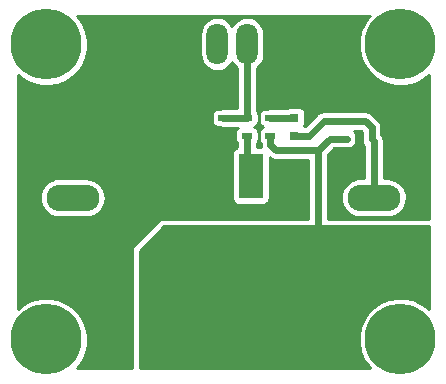
<source format=gtl>
G04 #@! TF.FileFunction,Copper,L1,Top,Signal*
%FSLAX46Y46*%
G04 Gerber Fmt 4.6, Leading zero omitted, Abs format (unit mm)*
G04 Created by KiCad (PCBNEW 4.0.2-stable) date 04/06/2016 20:31:28*
%MOMM*%
G01*
G04 APERTURE LIST*
%ADD10C,0.100000*%
%ADD11C,6.000000*%
%ADD12R,0.590000X0.450000*%
%ADD13O,1.800860X3.500120*%
%ADD14R,0.797560X0.797560*%
%ADD15R,0.900000X0.500000*%
%ADD16C,0.860000*%
%ADD17O,4.500000X2.250000*%
%ADD18R,2.082800X3.810000*%
%ADD19R,11.430000X8.890000*%
%ADD20C,0.600000*%
%ADD21C,3.800000*%
%ADD22C,0.254000*%
G04 APERTURE END LIST*
D10*
D11*
X133500000Y-92500000D03*
X163500000Y-92500000D03*
X133500000Y-117500000D03*
X163500000Y-117500000D03*
D12*
X161055000Y-100500000D03*
X158945000Y-100500000D03*
D13*
X145460000Y-92500000D03*
X148000000Y-92500000D03*
X150540000Y-92500000D03*
D14*
X154500000Y-100249300D03*
X154500000Y-98750700D03*
D15*
X150500000Y-100250000D03*
X150500000Y-98750000D03*
X148500000Y-100250000D03*
X148500000Y-98750000D03*
X152500000Y-98750000D03*
X152500000Y-100250000D03*
D16*
X147000000Y-101000000D03*
X146000000Y-101000000D03*
X145000000Y-101000000D03*
X144000000Y-101000000D03*
X143000000Y-101000000D03*
X142000000Y-101000000D03*
X147000000Y-100000000D03*
X146000000Y-100000000D03*
X145000000Y-100000000D03*
X144000000Y-100000000D03*
X143000000Y-100000000D03*
X142000000Y-100000000D03*
X141000000Y-101000000D03*
X141000000Y-100000000D03*
X141000000Y-99000000D03*
X141000000Y-96000000D03*
X143000000Y-99000000D03*
X142000000Y-99000000D03*
X141000000Y-97000000D03*
X144000000Y-99000000D03*
X142000000Y-98000000D03*
X141000000Y-98000000D03*
X145000000Y-99000000D03*
X142000000Y-96000000D03*
X142000000Y-97000000D03*
X146000000Y-99000000D03*
X143000000Y-98000000D03*
D17*
X161250000Y-110500000D03*
X161250000Y-105500000D03*
X135750000Y-105500000D03*
X135750000Y-110500000D03*
D18*
X150840000Y-103660000D03*
X145760000Y-103660000D03*
D19*
X148300000Y-115090000D03*
D20*
X147000000Y-100000000D02*
X146000000Y-99000000D01*
X145460000Y-92500000D02*
X145460000Y-98460000D01*
X145460000Y-98460000D02*
X146000000Y-99000000D01*
X148500000Y-100250000D02*
X147250000Y-100250000D01*
X147250000Y-100250000D02*
X147000000Y-100000000D01*
D21*
X135750000Y-110500000D02*
X137500000Y-110500000D01*
X137500000Y-110500000D02*
X144340000Y-103660000D01*
X144340000Y-103660000D02*
X145760000Y-103660000D01*
D20*
X145760000Y-103660000D02*
X145840000Y-103660000D01*
X145840000Y-103660000D02*
X148500000Y-101000000D01*
X148500000Y-101000000D02*
X148500000Y-100250000D01*
X150540000Y-92500000D02*
X150540000Y-98710000D01*
X150540000Y-98710000D02*
X150500000Y-98750000D01*
X150500000Y-98750000D02*
X148500000Y-98750000D01*
X161055000Y-100500000D02*
X161055000Y-99555000D01*
X155750700Y-100249300D02*
X154500000Y-100249300D01*
X157000000Y-99000000D02*
X155750700Y-100249300D01*
X160500000Y-99000000D02*
X157000000Y-99000000D01*
X161055000Y-99555000D02*
X160500000Y-99000000D01*
X161250000Y-105500000D02*
X161250000Y-100695000D01*
X161250000Y-100695000D02*
X161055000Y-100500000D01*
X156500000Y-101500000D02*
X153000000Y-101500000D01*
X152500000Y-101000000D02*
X152500000Y-100250000D01*
X153000000Y-101500000D02*
X152500000Y-101000000D01*
X156500000Y-110500000D02*
X156500000Y-101500000D01*
X157500000Y-100500000D02*
X158945000Y-100500000D01*
X156500000Y-101500000D02*
X157500000Y-100500000D01*
D21*
X161250000Y-110500000D02*
X156500000Y-110500000D01*
X156500000Y-110500000D02*
X152890000Y-110500000D01*
X152890000Y-110500000D02*
X148300000Y-115090000D01*
D20*
X150500000Y-100250000D02*
X150500000Y-103320000D01*
X150500000Y-103320000D02*
X150840000Y-103660000D01*
X152500000Y-98750000D02*
X154499300Y-98750000D01*
X154499300Y-98750000D02*
X154500000Y-98750700D01*
D22*
G36*
X160780162Y-90217785D02*
X160388676Y-90789535D01*
X160115699Y-91426437D01*
X159971630Y-92104230D01*
X159961955Y-92797098D01*
X160087043Y-93478650D01*
X160342130Y-94122925D01*
X160717499Y-94705383D01*
X161198852Y-95203839D01*
X161767856Y-95599307D01*
X162402836Y-95876723D01*
X163079607Y-96025521D01*
X163772391Y-96040033D01*
X164454799Y-95919706D01*
X165100839Y-95669123D01*
X165685904Y-95297830D01*
X165892700Y-95100901D01*
X165892700Y-107270200D01*
X157333400Y-107270200D01*
X157333400Y-101845206D01*
X157845205Y-101333400D01*
X158945000Y-101333400D01*
X159106875Y-101317528D01*
X159262584Y-101270517D01*
X159287670Y-101257178D01*
X159324942Y-101254206D01*
X159469012Y-101209590D01*
X159594949Y-101126604D01*
X159692781Y-101011817D01*
X159754760Y-100874320D01*
X159775980Y-100725000D01*
X159775980Y-100528652D01*
X159778380Y-100505818D01*
X159775980Y-100479447D01*
X159775980Y-100275000D01*
X159769206Y-100190058D01*
X159724590Y-100045988D01*
X159641604Y-99920051D01*
X159539936Y-99833400D01*
X160154794Y-99833400D01*
X160221600Y-99900205D01*
X160221600Y-100500000D01*
X160224020Y-100524681D01*
X160224020Y-100725000D01*
X160230794Y-100809942D01*
X160275410Y-100954012D01*
X160358396Y-101079949D01*
X160416600Y-101129556D01*
X160416600Y-103841600D01*
X160111532Y-103841600D01*
X159789414Y-103873184D01*
X159479565Y-103966733D01*
X159193787Y-104118683D01*
X158942967Y-104323248D01*
X158736656Y-104572634D01*
X158582714Y-104857344D01*
X158487004Y-105166532D01*
X158453172Y-105488422D01*
X158482507Y-105810753D01*
X158573890Y-106121248D01*
X158723842Y-106408079D01*
X158926651Y-106660322D01*
X159174591Y-106868368D01*
X159458219Y-107024294D01*
X159766731Y-107122160D01*
X160088377Y-107158238D01*
X160111532Y-107158400D01*
X162388468Y-107158400D01*
X162710586Y-107126816D01*
X163020435Y-107033267D01*
X163306213Y-106881317D01*
X163557033Y-106676752D01*
X163763344Y-106427366D01*
X163917286Y-106142656D01*
X164012996Y-105833468D01*
X164046828Y-105511578D01*
X164017493Y-105189247D01*
X163926110Y-104878752D01*
X163776158Y-104591921D01*
X163573349Y-104339678D01*
X163325409Y-104131632D01*
X163041781Y-103975706D01*
X162733269Y-103877840D01*
X162411623Y-103841762D01*
X162388468Y-103841600D01*
X162083400Y-103841600D01*
X162083400Y-100695000D01*
X162075894Y-100618447D01*
X162069179Y-100541695D01*
X162067955Y-100537483D01*
X162067528Y-100533125D01*
X162045281Y-100459439D01*
X162023800Y-100385502D01*
X162021784Y-100381613D01*
X162020517Y-100377416D01*
X161984341Y-100309379D01*
X161948948Y-100241099D01*
X161946218Y-100237679D01*
X161944157Y-100233803D01*
X161895477Y-100174116D01*
X161888400Y-100165251D01*
X161888400Y-99555000D01*
X161880894Y-99478447D01*
X161874179Y-99401695D01*
X161872955Y-99397483D01*
X161872528Y-99393125D01*
X161850277Y-99319425D01*
X161828800Y-99245503D01*
X161826785Y-99241615D01*
X161825517Y-99237416D01*
X161789353Y-99169400D01*
X161753949Y-99101099D01*
X161751216Y-99097675D01*
X161749157Y-99093803D01*
X161700499Y-99034143D01*
X161652474Y-98973983D01*
X161646458Y-98967883D01*
X161646356Y-98967758D01*
X161646240Y-98967662D01*
X161644303Y-98965698D01*
X161089303Y-98410697D01*
X161029808Y-98361827D01*
X160970844Y-98312350D01*
X160967003Y-98310239D01*
X160963617Y-98307457D01*
X160895724Y-98271053D01*
X160828311Y-98233993D01*
X160824139Y-98232670D01*
X160820272Y-98230596D01*
X160746553Y-98208058D01*
X160673274Y-98184812D01*
X160668925Y-98184324D01*
X160664728Y-98183041D01*
X160588088Y-98175257D01*
X160511636Y-98166681D01*
X160503070Y-98166621D01*
X160502909Y-98166605D01*
X160502759Y-98166619D01*
X160500000Y-98166600D01*
X157000000Y-98166600D01*
X156923402Y-98174110D01*
X156846695Y-98180821D01*
X156842483Y-98182045D01*
X156838125Y-98182472D01*
X156764439Y-98204719D01*
X156690502Y-98226200D01*
X156686613Y-98228216D01*
X156682416Y-98229483D01*
X156614400Y-98265648D01*
X156546098Y-98301052D01*
X156542676Y-98303784D01*
X156538803Y-98305843D01*
X156479131Y-98354511D01*
X156418982Y-98402527D01*
X156412879Y-98408545D01*
X156412758Y-98408644D01*
X156412665Y-98408756D01*
X156410697Y-98410697D01*
X155405494Y-99415900D01*
X155360755Y-99415900D01*
X155413540Y-99298800D01*
X155434760Y-99149480D01*
X155434760Y-98351920D01*
X155427986Y-98266978D01*
X155383370Y-98122908D01*
X155300384Y-97996971D01*
X155185597Y-97899139D01*
X155048100Y-97837160D01*
X154898780Y-97815940D01*
X154101220Y-97815940D01*
X154016278Y-97822714D01*
X153872208Y-97867330D01*
X153797437Y-97916600D01*
X152500000Y-97916600D01*
X152338125Y-97932472D01*
X152233632Y-97964020D01*
X152050000Y-97964020D01*
X151965058Y-97970794D01*
X151820988Y-98015410D01*
X151695051Y-98098396D01*
X151597219Y-98213183D01*
X151535240Y-98350680D01*
X151514020Y-98500000D01*
X151514020Y-99000000D01*
X151520794Y-99084942D01*
X151565410Y-99229012D01*
X151648396Y-99354949D01*
X151763183Y-99452781D01*
X151869081Y-99500516D01*
X151820988Y-99515410D01*
X151695051Y-99598396D01*
X151597219Y-99713183D01*
X151535240Y-99850680D01*
X151514020Y-100000000D01*
X151514020Y-100500000D01*
X151520794Y-100584942D01*
X151565410Y-100729012D01*
X151648396Y-100854949D01*
X151666600Y-100870464D01*
X151666600Y-101000000D01*
X151674110Y-101076598D01*
X151680821Y-101153305D01*
X151682045Y-101157517D01*
X151682472Y-101161875D01*
X151699725Y-101219020D01*
X151333400Y-101219020D01*
X151333400Y-100868222D01*
X151402781Y-100786817D01*
X151464760Y-100649320D01*
X151485980Y-100500000D01*
X151485980Y-100000000D01*
X151479206Y-99915058D01*
X151434590Y-99770988D01*
X151351604Y-99645051D01*
X151236817Y-99547219D01*
X151130919Y-99499484D01*
X151179012Y-99484590D01*
X151304949Y-99401604D01*
X151402781Y-99286817D01*
X151464760Y-99149320D01*
X151485980Y-99000000D01*
X151485980Y-98500000D01*
X151479206Y-98415058D01*
X151434590Y-98270988D01*
X151373400Y-98178128D01*
X151373400Y-94521633D01*
X151543198Y-94385111D01*
X151723072Y-94170746D01*
X151857884Y-93925525D01*
X151942497Y-93658789D01*
X151973690Y-93380698D01*
X151973830Y-93360679D01*
X151973830Y-91639321D01*
X151946523Y-91360822D01*
X151865642Y-91092931D01*
X151734267Y-90845852D01*
X151557404Y-90628995D01*
X151341788Y-90450622D01*
X151095631Y-90317526D01*
X150828312Y-90234777D01*
X150550010Y-90205526D01*
X150271327Y-90230888D01*
X150002878Y-90309897D01*
X149754887Y-90439543D01*
X149536802Y-90614889D01*
X149356928Y-90829254D01*
X149269754Y-90987822D01*
X149194267Y-90845852D01*
X149017404Y-90628995D01*
X148801788Y-90450622D01*
X148555631Y-90317526D01*
X148288312Y-90234777D01*
X148010010Y-90205526D01*
X147731327Y-90230888D01*
X147462878Y-90309897D01*
X147214887Y-90439543D01*
X146996802Y-90614889D01*
X146816928Y-90829254D01*
X146682116Y-91074475D01*
X146597503Y-91341211D01*
X146566310Y-91619302D01*
X146566170Y-91639321D01*
X146566170Y-93360679D01*
X146593477Y-93639178D01*
X146674358Y-93907069D01*
X146805733Y-94154148D01*
X146982596Y-94371005D01*
X147198212Y-94549378D01*
X147444369Y-94682474D01*
X147711688Y-94765223D01*
X147989990Y-94794474D01*
X148268673Y-94769112D01*
X148537122Y-94690103D01*
X148785113Y-94560457D01*
X149003198Y-94385111D01*
X149183072Y-94170746D01*
X149270246Y-94012178D01*
X149345733Y-94154148D01*
X149522596Y-94371005D01*
X149706600Y-94523226D01*
X149706600Y-97916600D01*
X148500000Y-97916600D01*
X148338125Y-97932472D01*
X148233632Y-97964020D01*
X148050000Y-97964020D01*
X147965058Y-97970794D01*
X147820988Y-98015410D01*
X147695051Y-98098396D01*
X147597219Y-98213183D01*
X147535240Y-98350680D01*
X147514020Y-98500000D01*
X147514020Y-99000000D01*
X147520794Y-99084942D01*
X147565410Y-99229012D01*
X147648396Y-99354949D01*
X147763183Y-99452781D01*
X147900680Y-99514760D01*
X148050000Y-99535980D01*
X148234651Y-99535980D01*
X148326726Y-99565188D01*
X148488364Y-99583319D01*
X148500000Y-99583400D01*
X149717808Y-99583400D01*
X149695051Y-99598396D01*
X149597219Y-99713183D01*
X149535240Y-99850680D01*
X149514020Y-100000000D01*
X149514020Y-100500000D01*
X149520794Y-100584942D01*
X149565410Y-100729012D01*
X149648396Y-100854949D01*
X149666600Y-100870464D01*
X149666600Y-101240367D01*
X149569588Y-101270410D01*
X149443651Y-101353396D01*
X149345819Y-101468183D01*
X149283840Y-101605680D01*
X149262620Y-101755000D01*
X149262620Y-105565000D01*
X149269394Y-105649942D01*
X149314010Y-105794012D01*
X149396996Y-105919949D01*
X149511783Y-106017781D01*
X149649280Y-106079760D01*
X149798600Y-106100980D01*
X151881400Y-106100980D01*
X151966342Y-106094206D01*
X152110412Y-106049590D01*
X152236349Y-105966604D01*
X152334181Y-105851817D01*
X152396160Y-105714320D01*
X152417380Y-105565000D01*
X152417380Y-102094792D01*
X152470192Y-102138173D01*
X152529156Y-102187650D01*
X152532997Y-102189761D01*
X152536383Y-102192543D01*
X152604276Y-102228947D01*
X152671689Y-102266007D01*
X152675861Y-102267330D01*
X152679728Y-102269404D01*
X152753435Y-102291938D01*
X152826726Y-102315188D01*
X152831076Y-102315676D01*
X152835273Y-102316959D01*
X152911907Y-102324743D01*
X152988364Y-102333319D01*
X152996930Y-102333379D01*
X152997091Y-102333395D01*
X152997241Y-102333381D01*
X153000000Y-102333400D01*
X155666600Y-102333400D01*
X155666600Y-107270200D01*
X141296100Y-107270200D01*
X141102232Y-107306679D01*
X140924176Y-107421255D01*
X140804724Y-107596078D01*
X140762700Y-107803600D01*
X140762700Y-119895200D01*
X136108708Y-119895200D01*
X136187709Y-119819968D01*
X136587139Y-119253739D01*
X136868981Y-118620711D01*
X137022500Y-117944995D01*
X137033552Y-117153532D01*
X136898960Y-116473793D01*
X136634903Y-115833143D01*
X136251438Y-115255982D01*
X135763172Y-114764295D01*
X135188702Y-114376810D01*
X134549911Y-114108287D01*
X133871128Y-113968953D01*
X133178209Y-113964115D01*
X132497548Y-114093959D01*
X131855069Y-114353537D01*
X131275245Y-114732963D01*
X131109500Y-114895273D01*
X131109500Y-105488422D01*
X132953172Y-105488422D01*
X132982507Y-105810753D01*
X133073890Y-106121248D01*
X133223842Y-106408079D01*
X133426651Y-106660322D01*
X133674591Y-106868368D01*
X133958219Y-107024294D01*
X134266731Y-107122160D01*
X134588377Y-107158238D01*
X134611532Y-107158400D01*
X136888468Y-107158400D01*
X137210586Y-107126816D01*
X137520435Y-107033267D01*
X137806213Y-106881317D01*
X138057033Y-106676752D01*
X138263344Y-106427366D01*
X138417286Y-106142656D01*
X138512996Y-105833468D01*
X138546828Y-105511578D01*
X138517493Y-105189247D01*
X138426110Y-104878752D01*
X138276158Y-104591921D01*
X138073349Y-104339678D01*
X137825409Y-104131632D01*
X137541781Y-103975706D01*
X137233269Y-103877840D01*
X136911623Y-103841762D01*
X136888468Y-103841600D01*
X134611532Y-103841600D01*
X134289414Y-103873184D01*
X133979565Y-103966733D01*
X133693787Y-104118683D01*
X133442967Y-104323248D01*
X133236656Y-104572634D01*
X133082714Y-104857344D01*
X132987004Y-105166532D01*
X132953172Y-105488422D01*
X131109500Y-105488422D01*
X131109500Y-95111312D01*
X131198852Y-95203839D01*
X131767856Y-95599307D01*
X132402836Y-95876723D01*
X133079607Y-96025521D01*
X133772391Y-96040033D01*
X134454799Y-95919706D01*
X135100839Y-95669123D01*
X135685904Y-95297830D01*
X136187709Y-94819968D01*
X136587139Y-94253739D01*
X136868981Y-93620711D01*
X137022500Y-92944995D01*
X137033552Y-92153532D01*
X136898960Y-91473793D01*
X136634903Y-90833143D01*
X136251438Y-90255982D01*
X136108458Y-90112000D01*
X160888186Y-90112000D01*
X160780162Y-90217785D01*
X160780162Y-90217785D01*
G37*
X160780162Y-90217785D02*
X160388676Y-90789535D01*
X160115699Y-91426437D01*
X159971630Y-92104230D01*
X159961955Y-92797098D01*
X160087043Y-93478650D01*
X160342130Y-94122925D01*
X160717499Y-94705383D01*
X161198852Y-95203839D01*
X161767856Y-95599307D01*
X162402836Y-95876723D01*
X163079607Y-96025521D01*
X163772391Y-96040033D01*
X164454799Y-95919706D01*
X165100839Y-95669123D01*
X165685904Y-95297830D01*
X165892700Y-95100901D01*
X165892700Y-107270200D01*
X157333400Y-107270200D01*
X157333400Y-101845206D01*
X157845205Y-101333400D01*
X158945000Y-101333400D01*
X159106875Y-101317528D01*
X159262584Y-101270517D01*
X159287670Y-101257178D01*
X159324942Y-101254206D01*
X159469012Y-101209590D01*
X159594949Y-101126604D01*
X159692781Y-101011817D01*
X159754760Y-100874320D01*
X159775980Y-100725000D01*
X159775980Y-100528652D01*
X159778380Y-100505818D01*
X159775980Y-100479447D01*
X159775980Y-100275000D01*
X159769206Y-100190058D01*
X159724590Y-100045988D01*
X159641604Y-99920051D01*
X159539936Y-99833400D01*
X160154794Y-99833400D01*
X160221600Y-99900205D01*
X160221600Y-100500000D01*
X160224020Y-100524681D01*
X160224020Y-100725000D01*
X160230794Y-100809942D01*
X160275410Y-100954012D01*
X160358396Y-101079949D01*
X160416600Y-101129556D01*
X160416600Y-103841600D01*
X160111532Y-103841600D01*
X159789414Y-103873184D01*
X159479565Y-103966733D01*
X159193787Y-104118683D01*
X158942967Y-104323248D01*
X158736656Y-104572634D01*
X158582714Y-104857344D01*
X158487004Y-105166532D01*
X158453172Y-105488422D01*
X158482507Y-105810753D01*
X158573890Y-106121248D01*
X158723842Y-106408079D01*
X158926651Y-106660322D01*
X159174591Y-106868368D01*
X159458219Y-107024294D01*
X159766731Y-107122160D01*
X160088377Y-107158238D01*
X160111532Y-107158400D01*
X162388468Y-107158400D01*
X162710586Y-107126816D01*
X163020435Y-107033267D01*
X163306213Y-106881317D01*
X163557033Y-106676752D01*
X163763344Y-106427366D01*
X163917286Y-106142656D01*
X164012996Y-105833468D01*
X164046828Y-105511578D01*
X164017493Y-105189247D01*
X163926110Y-104878752D01*
X163776158Y-104591921D01*
X163573349Y-104339678D01*
X163325409Y-104131632D01*
X163041781Y-103975706D01*
X162733269Y-103877840D01*
X162411623Y-103841762D01*
X162388468Y-103841600D01*
X162083400Y-103841600D01*
X162083400Y-100695000D01*
X162075894Y-100618447D01*
X162069179Y-100541695D01*
X162067955Y-100537483D01*
X162067528Y-100533125D01*
X162045281Y-100459439D01*
X162023800Y-100385502D01*
X162021784Y-100381613D01*
X162020517Y-100377416D01*
X161984341Y-100309379D01*
X161948948Y-100241099D01*
X161946218Y-100237679D01*
X161944157Y-100233803D01*
X161895477Y-100174116D01*
X161888400Y-100165251D01*
X161888400Y-99555000D01*
X161880894Y-99478447D01*
X161874179Y-99401695D01*
X161872955Y-99397483D01*
X161872528Y-99393125D01*
X161850277Y-99319425D01*
X161828800Y-99245503D01*
X161826785Y-99241615D01*
X161825517Y-99237416D01*
X161789353Y-99169400D01*
X161753949Y-99101099D01*
X161751216Y-99097675D01*
X161749157Y-99093803D01*
X161700499Y-99034143D01*
X161652474Y-98973983D01*
X161646458Y-98967883D01*
X161646356Y-98967758D01*
X161646240Y-98967662D01*
X161644303Y-98965698D01*
X161089303Y-98410697D01*
X161029808Y-98361827D01*
X160970844Y-98312350D01*
X160967003Y-98310239D01*
X160963617Y-98307457D01*
X160895724Y-98271053D01*
X160828311Y-98233993D01*
X160824139Y-98232670D01*
X160820272Y-98230596D01*
X160746553Y-98208058D01*
X160673274Y-98184812D01*
X160668925Y-98184324D01*
X160664728Y-98183041D01*
X160588088Y-98175257D01*
X160511636Y-98166681D01*
X160503070Y-98166621D01*
X160502909Y-98166605D01*
X160502759Y-98166619D01*
X160500000Y-98166600D01*
X157000000Y-98166600D01*
X156923402Y-98174110D01*
X156846695Y-98180821D01*
X156842483Y-98182045D01*
X156838125Y-98182472D01*
X156764439Y-98204719D01*
X156690502Y-98226200D01*
X156686613Y-98228216D01*
X156682416Y-98229483D01*
X156614400Y-98265648D01*
X156546098Y-98301052D01*
X156542676Y-98303784D01*
X156538803Y-98305843D01*
X156479131Y-98354511D01*
X156418982Y-98402527D01*
X156412879Y-98408545D01*
X156412758Y-98408644D01*
X156412665Y-98408756D01*
X156410697Y-98410697D01*
X155405494Y-99415900D01*
X155360755Y-99415900D01*
X155413540Y-99298800D01*
X155434760Y-99149480D01*
X155434760Y-98351920D01*
X155427986Y-98266978D01*
X155383370Y-98122908D01*
X155300384Y-97996971D01*
X155185597Y-97899139D01*
X155048100Y-97837160D01*
X154898780Y-97815940D01*
X154101220Y-97815940D01*
X154016278Y-97822714D01*
X153872208Y-97867330D01*
X153797437Y-97916600D01*
X152500000Y-97916600D01*
X152338125Y-97932472D01*
X152233632Y-97964020D01*
X152050000Y-97964020D01*
X151965058Y-97970794D01*
X151820988Y-98015410D01*
X151695051Y-98098396D01*
X151597219Y-98213183D01*
X151535240Y-98350680D01*
X151514020Y-98500000D01*
X151514020Y-99000000D01*
X151520794Y-99084942D01*
X151565410Y-99229012D01*
X151648396Y-99354949D01*
X151763183Y-99452781D01*
X151869081Y-99500516D01*
X151820988Y-99515410D01*
X151695051Y-99598396D01*
X151597219Y-99713183D01*
X151535240Y-99850680D01*
X151514020Y-100000000D01*
X151514020Y-100500000D01*
X151520794Y-100584942D01*
X151565410Y-100729012D01*
X151648396Y-100854949D01*
X151666600Y-100870464D01*
X151666600Y-101000000D01*
X151674110Y-101076598D01*
X151680821Y-101153305D01*
X151682045Y-101157517D01*
X151682472Y-101161875D01*
X151699725Y-101219020D01*
X151333400Y-101219020D01*
X151333400Y-100868222D01*
X151402781Y-100786817D01*
X151464760Y-100649320D01*
X151485980Y-100500000D01*
X151485980Y-100000000D01*
X151479206Y-99915058D01*
X151434590Y-99770988D01*
X151351604Y-99645051D01*
X151236817Y-99547219D01*
X151130919Y-99499484D01*
X151179012Y-99484590D01*
X151304949Y-99401604D01*
X151402781Y-99286817D01*
X151464760Y-99149320D01*
X151485980Y-99000000D01*
X151485980Y-98500000D01*
X151479206Y-98415058D01*
X151434590Y-98270988D01*
X151373400Y-98178128D01*
X151373400Y-94521633D01*
X151543198Y-94385111D01*
X151723072Y-94170746D01*
X151857884Y-93925525D01*
X151942497Y-93658789D01*
X151973690Y-93380698D01*
X151973830Y-93360679D01*
X151973830Y-91639321D01*
X151946523Y-91360822D01*
X151865642Y-91092931D01*
X151734267Y-90845852D01*
X151557404Y-90628995D01*
X151341788Y-90450622D01*
X151095631Y-90317526D01*
X150828312Y-90234777D01*
X150550010Y-90205526D01*
X150271327Y-90230888D01*
X150002878Y-90309897D01*
X149754887Y-90439543D01*
X149536802Y-90614889D01*
X149356928Y-90829254D01*
X149269754Y-90987822D01*
X149194267Y-90845852D01*
X149017404Y-90628995D01*
X148801788Y-90450622D01*
X148555631Y-90317526D01*
X148288312Y-90234777D01*
X148010010Y-90205526D01*
X147731327Y-90230888D01*
X147462878Y-90309897D01*
X147214887Y-90439543D01*
X146996802Y-90614889D01*
X146816928Y-90829254D01*
X146682116Y-91074475D01*
X146597503Y-91341211D01*
X146566310Y-91619302D01*
X146566170Y-91639321D01*
X146566170Y-93360679D01*
X146593477Y-93639178D01*
X146674358Y-93907069D01*
X146805733Y-94154148D01*
X146982596Y-94371005D01*
X147198212Y-94549378D01*
X147444369Y-94682474D01*
X147711688Y-94765223D01*
X147989990Y-94794474D01*
X148268673Y-94769112D01*
X148537122Y-94690103D01*
X148785113Y-94560457D01*
X149003198Y-94385111D01*
X149183072Y-94170746D01*
X149270246Y-94012178D01*
X149345733Y-94154148D01*
X149522596Y-94371005D01*
X149706600Y-94523226D01*
X149706600Y-97916600D01*
X148500000Y-97916600D01*
X148338125Y-97932472D01*
X148233632Y-97964020D01*
X148050000Y-97964020D01*
X147965058Y-97970794D01*
X147820988Y-98015410D01*
X147695051Y-98098396D01*
X147597219Y-98213183D01*
X147535240Y-98350680D01*
X147514020Y-98500000D01*
X147514020Y-99000000D01*
X147520794Y-99084942D01*
X147565410Y-99229012D01*
X147648396Y-99354949D01*
X147763183Y-99452781D01*
X147900680Y-99514760D01*
X148050000Y-99535980D01*
X148234651Y-99535980D01*
X148326726Y-99565188D01*
X148488364Y-99583319D01*
X148500000Y-99583400D01*
X149717808Y-99583400D01*
X149695051Y-99598396D01*
X149597219Y-99713183D01*
X149535240Y-99850680D01*
X149514020Y-100000000D01*
X149514020Y-100500000D01*
X149520794Y-100584942D01*
X149565410Y-100729012D01*
X149648396Y-100854949D01*
X149666600Y-100870464D01*
X149666600Y-101240367D01*
X149569588Y-101270410D01*
X149443651Y-101353396D01*
X149345819Y-101468183D01*
X149283840Y-101605680D01*
X149262620Y-101755000D01*
X149262620Y-105565000D01*
X149269394Y-105649942D01*
X149314010Y-105794012D01*
X149396996Y-105919949D01*
X149511783Y-106017781D01*
X149649280Y-106079760D01*
X149798600Y-106100980D01*
X151881400Y-106100980D01*
X151966342Y-106094206D01*
X152110412Y-106049590D01*
X152236349Y-105966604D01*
X152334181Y-105851817D01*
X152396160Y-105714320D01*
X152417380Y-105565000D01*
X152417380Y-102094792D01*
X152470192Y-102138173D01*
X152529156Y-102187650D01*
X152532997Y-102189761D01*
X152536383Y-102192543D01*
X152604276Y-102228947D01*
X152671689Y-102266007D01*
X152675861Y-102267330D01*
X152679728Y-102269404D01*
X152753435Y-102291938D01*
X152826726Y-102315188D01*
X152831076Y-102315676D01*
X152835273Y-102316959D01*
X152911907Y-102324743D01*
X152988364Y-102333319D01*
X152996930Y-102333379D01*
X152997091Y-102333395D01*
X152997241Y-102333381D01*
X153000000Y-102333400D01*
X155666600Y-102333400D01*
X155666600Y-107270200D01*
X141296100Y-107270200D01*
X141102232Y-107306679D01*
X140924176Y-107421255D01*
X140804724Y-107596078D01*
X140762700Y-107803600D01*
X140762700Y-119895200D01*
X136108708Y-119895200D01*
X136187709Y-119819968D01*
X136587139Y-119253739D01*
X136868981Y-118620711D01*
X137022500Y-117944995D01*
X137033552Y-117153532D01*
X136898960Y-116473793D01*
X136634903Y-115833143D01*
X136251438Y-115255982D01*
X135763172Y-114764295D01*
X135188702Y-114376810D01*
X134549911Y-114108287D01*
X133871128Y-113968953D01*
X133178209Y-113964115D01*
X132497548Y-114093959D01*
X131855069Y-114353537D01*
X131275245Y-114732963D01*
X131109500Y-114895273D01*
X131109500Y-105488422D01*
X132953172Y-105488422D01*
X132982507Y-105810753D01*
X133073890Y-106121248D01*
X133223842Y-106408079D01*
X133426651Y-106660322D01*
X133674591Y-106868368D01*
X133958219Y-107024294D01*
X134266731Y-107122160D01*
X134588377Y-107158238D01*
X134611532Y-107158400D01*
X136888468Y-107158400D01*
X137210586Y-107126816D01*
X137520435Y-107033267D01*
X137806213Y-106881317D01*
X138057033Y-106676752D01*
X138263344Y-106427366D01*
X138417286Y-106142656D01*
X138512996Y-105833468D01*
X138546828Y-105511578D01*
X138517493Y-105189247D01*
X138426110Y-104878752D01*
X138276158Y-104591921D01*
X138073349Y-104339678D01*
X137825409Y-104131632D01*
X137541781Y-103975706D01*
X137233269Y-103877840D01*
X136911623Y-103841762D01*
X136888468Y-103841600D01*
X134611532Y-103841600D01*
X134289414Y-103873184D01*
X133979565Y-103966733D01*
X133693787Y-104118683D01*
X133442967Y-104323248D01*
X133236656Y-104572634D01*
X133082714Y-104857344D01*
X132987004Y-105166532D01*
X132953172Y-105488422D01*
X131109500Y-105488422D01*
X131109500Y-95111312D01*
X131198852Y-95203839D01*
X131767856Y-95599307D01*
X132402836Y-95876723D01*
X133079607Y-96025521D01*
X133772391Y-96040033D01*
X134454799Y-95919706D01*
X135100839Y-95669123D01*
X135685904Y-95297830D01*
X136187709Y-94819968D01*
X136587139Y-94253739D01*
X136868981Y-93620711D01*
X137022500Y-92944995D01*
X137033552Y-92153532D01*
X136898960Y-91473793D01*
X136634903Y-90833143D01*
X136251438Y-90255982D01*
X136108458Y-90112000D01*
X160888186Y-90112000D01*
X160780162Y-90217785D01*
G36*
X165892700Y-114894731D02*
X165763172Y-114764295D01*
X165188702Y-114376810D01*
X164549911Y-114108287D01*
X163871128Y-113968953D01*
X163178209Y-113964115D01*
X162497548Y-114093959D01*
X161855069Y-114353537D01*
X161275245Y-114732963D01*
X160780162Y-115217785D01*
X160388676Y-115789535D01*
X160115699Y-116426437D01*
X159971630Y-117104230D01*
X159961955Y-117797098D01*
X160087043Y-118478650D01*
X160342130Y-119122925D01*
X160717499Y-119705383D01*
X160900803Y-119895200D01*
X141423100Y-119895200D01*
X141423100Y-110018248D01*
X143510747Y-107930600D01*
X165892700Y-107930600D01*
X165892700Y-114894731D01*
X165892700Y-114894731D01*
G37*
X165892700Y-114894731D02*
X165763172Y-114764295D01*
X165188702Y-114376810D01*
X164549911Y-114108287D01*
X163871128Y-113968953D01*
X163178209Y-113964115D01*
X162497548Y-114093959D01*
X161855069Y-114353537D01*
X161275245Y-114732963D01*
X160780162Y-115217785D01*
X160388676Y-115789535D01*
X160115699Y-116426437D01*
X159971630Y-117104230D01*
X159961955Y-117797098D01*
X160087043Y-118478650D01*
X160342130Y-119122925D01*
X160717499Y-119705383D01*
X160900803Y-119895200D01*
X141423100Y-119895200D01*
X141423100Y-110018248D01*
X143510747Y-107930600D01*
X165892700Y-107930600D01*
X165892700Y-114894731D01*
M02*

</source>
